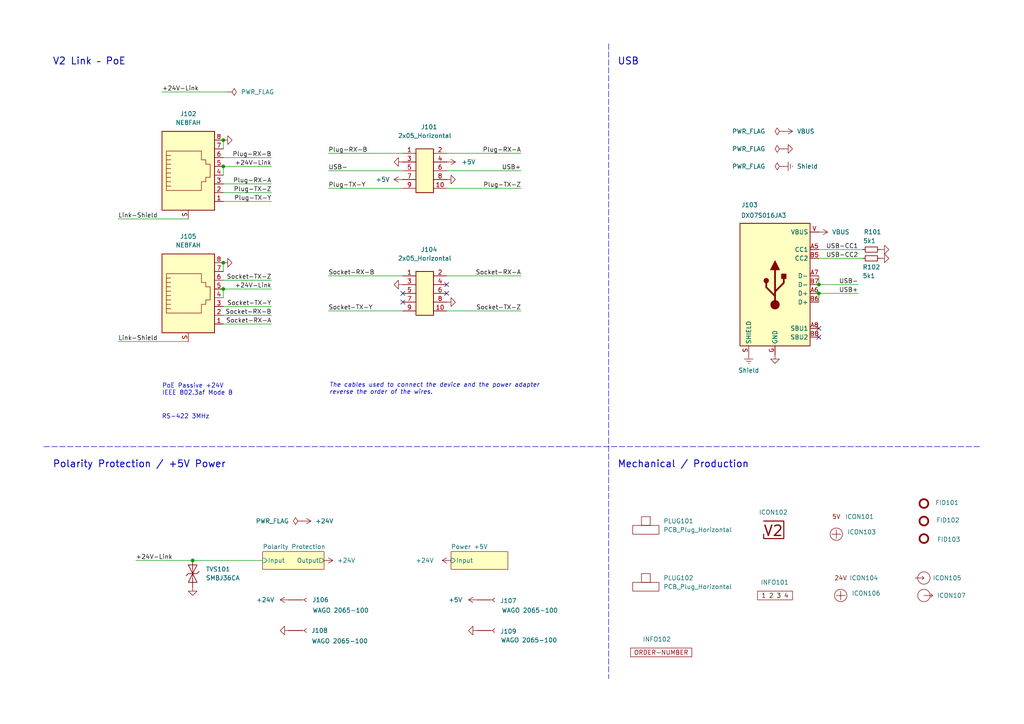
<source format=kicad_sch>
(kicad_sch (version 20250114) (generator "eeschema") (generator_version "9.0")
  (paper "A4")
  (title_block (title "V2 Link PoE") (date "2026-01-12") (rev "7") (company "Versio Duo") (comment 1 "CAT Cable Power Supply"))
  (lib_symbols
    (symbol "V2_Artwork:24V" (in_bom no)
      (property "Reference" "ICON" (at -2.54 2.54 0))
      (symbol "24V_1_1"
        (text "24V" (at 0 0 0) (effects (font (size 1.27 1.27))))
      )
    )
    (symbol "V2_Artwork:5V" (in_bom no)
      (property "Reference" "ICON" (at -2.54 2.54 0))
      (symbol "5V_1_1"
        (text "5V" (at 0 0 0) (effects (font (size 1.27 1.27))))
      )
    )
    (symbol "V2_Artwork:Arrow_In" (in_bom no)
      (property "Reference" "ICON" (at -2.54 2.54 0))
      (symbol "Arrow_In_0_1"
        (polyline (pts (xy -2.54 0) (xy 0 0)))
        (polyline (pts (xy -0.508 0.508) (xy 0 0) (xy -0.508 -0.508)))
        (circle (center 0 0) (radius 1.7961))
      )
    )
    (symbol "V2_Artwork:Arrow_Out" (in_bom no)
      (property "Reference" "ICON" (at -2.54 2.54 0))
      (symbol "Arrow_Out_0_1"
        (polyline (pts (xy 0 0) (xy 2.54 0)))
        (circle (center 0 0) (radius 1.7961))
        (polyline (pts (xy 2.032 0.508) (xy 2.54 0) (xy 2.032 -0.508)))
      )
    )
    (symbol "V2_Artwork:Plus" (in_bom no)
      (property "Reference" "ICON" (at -2.54 2.54 0))
      (symbol "Plus_0_1"
        (polyline (pts (xy -1.27 0) (xy 1.27 0)))
        (polyline (pts (xy 0 1.27) (xy 0 -1.27)))
        (circle (center 0 0) (radius 1.7961))
      )
    )
    (symbol "V2_Artwork:V2-logo" (in_bom no)
      (property "Reference" "ICON" (at -3.302 3.81 0))
      (symbol "V2-logo_1_0"
        (polyline (pts (xy -3.302 2.54) (xy 2.54 2.54) (xy 2.54 -2.54) (xy -3.302 -2.54) (xy -3.302 -1.27)) (stroke (width 0.3)))
      )
      (symbol "V2-logo_1_1"
        (text "V2" (at -0.508 -0.254 0) (effects (font (size 3 3) (thickness 0.375))))
      )
    )
    (symbol "V2_Connector_EtherCon:NE8FAH" (pin_names (offset 1.016))
      (property "Reference" "J" (at -5.08 17.78 0))
      (property "Value" "NE8FAH" (at 2.54 13.97 0))
      (symbol "NE8FAH_0_1"
        (polyline (pts (xy -6.35 1.905) (xy -5.08 1.905) (xy -5.08 1.905)))
        (polyline (pts (xy -6.35 0.635) (xy -5.08 0.635) (xy -5.08 0.635)))
        (polyline (pts (xy -6.35 -0.635) (xy -5.08 -0.635) (xy -5.08 -0.635)))
        (polyline (pts (xy -6.35 -1.905) (xy -5.08 -1.905) (xy -5.08 -1.905)))
        (polyline (pts (xy -6.35 -3.175) (xy -5.08 -3.175) (xy -5.08 -3.175)))
        (polyline (pts (xy -6.35 -4.445) (xy -6.35 6.985) (xy 3.81 6.985) (xy 3.81 4.445) (xy 5.08 4.445) (xy 5.08 3.175) (xy 6.35 3.175) (xy 6.35 -0.635) (xy 5.08 -0.635) (xy 5.08 -1.905) (xy 3.81 -1.905) (xy 3.81 -4.445) (xy -6.35 -4.445) (xy -6.35 -4.445)))
        (polyline (pts (xy -5.08 5.715) (xy -6.35 5.715)))
        (polyline (pts (xy -5.08 4.445) (xy -6.35 4.445)))
        (polyline (pts (xy -5.08 3.175) (xy -6.35 3.175) (xy -6.35 3.175)))
        (rectangle (start 7.62 12.7) (end -7.62 -10.16) (stroke (width 0.254)) (fill (type background)))
      )
      (symbol "NE8FAH_1_1"
        (pin passive line (at 0 -12.7 90) (length 2.54) (name "") (number "S"))
        (pin passive line (at 10.16 10.16 180) (length 2.54) (name "~") (number "8"))
        (pin passive line (at 10.16 7.62 180) (length 2.54) (name "~") (number "7"))
        (pin passive line (at 10.16 5.08 180) (length 2.54) (name "~") (number "6"))
        (pin passive line (at 10.16 2.54 180) (length 2.54) (name "~") (number "5"))
        (pin passive line (at 10.16 0 180) (length 2.54) (name "~") (number "4"))
        (pin passive line (at 10.16 -2.54 180) (length 2.54) (name "~") (number "3"))
        (pin passive line (at 10.16 -5.08 180) (length 2.54) (name "~") (number "2"))
        (pin passive line (at 10.16 -7.62 180) (length 2.54) (name "~") (number "1"))
      )
    )
    (symbol "V2_Connector_Header_1.27mm:2x05_Horizontal" (pin_names (hide yes))
      (property "Reference" "J" (at 0 12.7 0))
      (property "Value" "2x05_Horizontal" (at 1.27 10.16 0))
      (symbol "2x05_Horizontal_1_1"
        (rectangle (start -2.54 6.35) (end 2.54 -6.35) (stroke (width 0.254)) (fill (type background)))
        (pin passive line (at -6.35 5.08 0) (length 3.81) (name "Pin_1") (number "1"))
        (pin passive line (at -6.35 2.54 0) (length 3.81) (name "Pin_3") (number "3"))
        (pin passive line (at -6.35 0 0) (length 3.81) (name "Pin_5") (number "5"))
        (pin passive line (at -6.35 -2.54 0) (length 3.81) (name "Pin_7") (number "7"))
        (pin passive line (at -6.35 -5.08 0) (length 3.81) (name "Pin_9") (number "9"))
        (pin passive line (at 6.35 5.08 180) (length 3.81) (name "Pin_2") (number "2"))
        (pin passive line (at 6.35 2.54 180) (length 3.81) (name "Pin_4") (number "4"))
        (pin passive line (at 6.35 0 180) (length 3.81) (name "Pin_6") (number "6"))
        (pin passive line (at 6.35 -2.54 180) (length 3.81) (name "Pin_8") (number "8"))
        (pin passive line (at 6.35 -5.08 180) (length 3.81) (name "Pin_10") (number "10"))
      )
    )
    (symbol "V2_Connector_USB:JAE_DX07S016JA3"
      (property "Reference" "J" (at -10.16 22.86 0))
      (property "Value" "DX07S016JA3" (at -10.16 20.5 0))
      (symbol "JAE_DX07S016JA3_0_1"
        (rectangle (start -10.16 17.78) (end 10.16 -17.78) (stroke (width 0.254)) (fill (type background)))
        (circle (center -2.54 1.143) (radius 0.635) (stroke (width 0.254)) (fill (type outline)))
        (polyline (pts (xy -1.27 4.318) (xy 0 6.858) (xy 1.27 4.318) (xy -1.27 4.318)) (stroke (width 0.254)) (fill (type outline)))
        (polyline (pts (xy 0 -2.032) (xy 2.54 0.508) (xy 2.54 1.778)) (stroke (width 0.508)))
        (polyline (pts (xy 0 -3.302) (xy -2.54 -0.762) (xy -2.54 0.508)) (stroke (width 0.508)))
        (polyline (pts (xy 0 -5.842) (xy 0 4.318)) (stroke (width 0.508)))
        (circle (center 0 -5.842) (radius 1.27) (fill (type outline)))
        (rectangle (start 1.905 1.778) (end 3.175 3.048) (stroke (width 0.254)) (fill (type outline)))
      )
      (symbol "JAE_DX07S016JA3_1_1"
        (pin passive line (at -7.62 -20.32 90) (length 2.54) (name "SHIELD") (number "S"))
        (pin passive line (at 0 -20.32 90) (length 2.54) (name "GND") (number "G"))
        (pin passive line (at 12.7 15.24 180) (length 2.54) (name "VBUS") (number "V"))
        (pin bidirectional line (at 12.7 10.16 180) (length 2.54) (name "CC1") (number "A5"))
        (pin bidirectional line (at 12.7 7.62 180) (length 2.54) (name "CC2") (number "B5"))
        (pin bidirectional line (at 12.7 2.54 180) (length 2.54) (name "D-") (number "A7"))
        (pin bidirectional line (at 12.7 0 180) (length 2.54) (name "D-") (number "B7"))
        (pin bidirectional line (at 12.7 -2.54 180) (length 2.54) (name "D+") (number "A6"))
        (pin bidirectional line (at 12.7 -5.08 180) (length 2.54) (name "D+") (number "B6"))
        (pin bidirectional line (at 12.7 -12.7 180) (length 2.54) (name "SBU1") (number "A8"))
        (pin bidirectional line (at 12.7 -15.24 180) (length 2.54) (name "SBU2") (number "B8"))
      )
    )
    (symbol "V2_Connector_WAGO:2065" (pin_numbers (hide yes)) (pin_names (offset 1.016) (hide yes))
      (property "Reference" "J" (at 2.54 2.032 0))
      (property "Value" "WAGO 2065-100" (at 9.906 -1.778 0))
      (symbol "2065_1_1"
        (polyline (pts (xy -1.27 0) (xy -0.508 0)) (stroke (width 0.1524)))
        (arc (start 0 -0.508) (mid -0.5058 0) (end 0 0.508) (stroke (width 0.1524)))
        (pin passive line (at -5.08 0 0) (length 3.81) (name "") (number "1"))
      )
    )
    (symbol "V2_Device:R_0603_5k1" (pin_numbers (hide yes)) (pin_names (offset 0.254) (hide yes))
      (property "Reference" "R" (at 2.032 1.27 0))
      (property "Value" "5k1" (at 3.302 -1.27 0))
      (symbol "R_0603_5k1_0_1"
        (rectangle (start -0.762 1.778) (end 0.762 -1.778) (stroke (width 0.2032)))
      )
      (symbol "R_0603_5k1_1_1"
        (pin passive line (at 0 2.54 270) (length 0.762) (name "~") (number "1"))
        (pin passive line (at 0 -2.54 90) (length 0.762) (name "~") (number "2"))
      )
    )
    (symbol "V2_Diode:SMBJ36CA" (pin_numbers (hide yes)) (pin_names (hide yes))
      (property "Reference" "TVS" (at -1.27 3.81 0))
      (property "Value" "SMBJ36CA" (at 0 -3.81 0))
      (symbol "SMBJ36CA_0_1"
        (polyline (pts (xy -2.54 -1.27) (xy -2.54 1.27) (xy 0 0) (xy -2.54 -1.27)) (stroke (width 0.2032)))
        (polyline (pts (xy 0 1.27) (xy -0.635 1.905) (xy 0 1.27) (xy 0 -1.27) (xy 0.635 -1.905) (xy 0 -1.27)) (stroke (width 0.2032)))
        (polyline (pts (xy 1.27 0) (xy -1.27 0)))
        (polyline (pts (xy 2.54 1.27) (xy 2.54 -1.27) (xy 0 0) (xy 2.54 1.27)) (stroke (width 0.2032)))
      )
      (symbol "SMBJ36CA_1_1"
        (pin passive line (at -3.81 0 0) (length 2.54) (name "K") (number "1"))
        (pin passive line (at 3.81 0 180) (length 2.54) (name "A") (number "2"))
      )
    )
    (symbol "V2_Mechanical:Fiducial_Paste" (in_bom no)
      (property "Reference" "FID" (at 5.08 0 0))
      (symbol "Fiducial_Paste_0_1"
        (circle (center 0 0) (radius 1.27) (stroke (width 0.508)))
      )
    )
    (symbol "V2_PCB_Devices:PCB_Plug_Horizontal" (in_bom no)
      (property "Reference" "PLUG" (at 0 -5.08 0))
      (property "Value" "PCB_Plug_Horizontal" (at 1.27 -8.89 0))
      (symbol "PCB_Plug_Horizontal_0_1"
        (rectangle (start -3.81 0) (end 3.81 -2.54))
        (rectangle (start -1.27 2.54) (end 1.27 0))
      )
    )
    (symbol "V2_Production:Layer_Numbers" (in_bom no)
      (property "Reference" "INFO" (at 0 3.81 0))
      (symbol "Layer_Numbers_0_0"
        (text "1 2 3 4" (at 0 0 0) (effects (font (size 1.27 1.27))))
      )
      (symbol "Layer_Numbers_0_1"
        (rectangle (start -5.08 1.27) (end 5.08 -1.27))
      )
    )
    (symbol "V2_Production:Order_Number" (in_bom no)
      (property "Reference" "INFO" (at 0 2.54 0))
      (symbol "Order_Number_0_0"
        (text "ORDER-NUMBER" (at 0 0 0) (effects (font (size 1.27 1.27))))
      )
      (symbol "Order_Number_0_1"
        (rectangle (start -8.89 1.27) (end 8.89 -1.27))
      )
    )
    (symbol "V2_power:+24V" (power) (pin_numbers (hide yes)) (pin_names (offset 0) (hide yes))
      (property "Value" "+24V" (at 0 4.064 0))
      (symbol "+24V_0_1"
        (polyline (pts (xy -0.762 1.27) (xy 0 2.54)))
        (polyline (pts (xy 0 2.54) (xy 0.762 1.27)))
        (polyline (pts (xy 0 0) (xy 0 2.54)))
      )
      (symbol "+24V_1_1"
        (pin power_in line (at 0 0 90) (length 0) (name "~") (number "1"))
      )
    )
    (symbol "V2_power:+5V" (power) (pin_numbers (hide yes)) (pin_names (offset 0) (hide yes))
      (property "Value" "+5V" (at 0 4.064 0))
      (symbol "+5V_0_1"
        (polyline (pts (xy -0.762 1.27) (xy 0 2.54)))
        (polyline (pts (xy 0 2.54) (xy 0.762 1.27)))
        (polyline (pts (xy 0 0) (xy 0 2.54)))
      )
      (symbol "+5V_1_1"
        (pin power_in line (at 0 0 90) (length 0) (name "~") (number "1"))
      )
    )
    (symbol "V2_power:GND" (power) (pin_numbers (hide yes)) (pin_names (offset 0) (hide yes))
      (symbol "GND_0_1"
        (polyline (pts (xy 0 0) (xy 0 -1.27) (xy 1.27 -1.27) (xy 0 -2.54) (xy -1.27 -1.27) (xy 0 -1.27)))
      )
      (symbol "GND_1_1"
        (pin power_in line (at 0 0 270) (length 0) (name "~") (number "1"))
      )
    )
    (symbol "V2_power:PWR_FLAG" (power) (pin_numbers (hide yes)) (pin_names (offset 0) (hide yes))
      (property "Value" "PWR_FLAG" (at 0 4.572 0))
      (symbol "PWR_FLAG_0_0"
        (pin power_out line (at 0 0 90) (length 0) (name "~") (number "1"))
      )
      (symbol "PWR_FLAG_0_1"
        (polyline (pts (xy 0 0) (xy 0 1.27) (xy -1.016 1.905) (xy 0 2.54) (xy 1.016 1.905) (xy 0 1.27)))
      )
    )
    (symbol "V2_power:Shield" (power) (pin_numbers (hide yes)) (pin_names (offset 0) (hide yes))
      (property "Value" "Shield" (at 0 -4.572 0))
      (symbol "Shield_0_1"
        (polyline (pts (xy -0.635 -1.905) (xy 0.635 -1.905)))
        (polyline (pts (xy -0.127 -2.54) (xy 0.127 -2.54)))
        (polyline (pts (xy 0 -1.27) (xy 0 0)))
        (polyline (pts (xy 1.27 -1.27) (xy -1.27 -1.27)))
      )
      (symbol "Shield_1_1"
        (pin power_in line (at 0 0 270) (length 0) (name "~") (number "1"))
      )
    )
    (symbol "V2_power:VBUS" (power) (pin_numbers (hide yes)) (pin_names (offset 0) (hide yes))
      (property "Value" "VBUS" (at 0 4.064 0))
      (symbol "VBUS_0_1"
        (polyline (pts (xy -0.762 1.27) (xy 0 2.54)))
        (polyline (pts (xy 0 2.54) (xy 0.762 1.27)))
        (polyline (pts (xy 0 0) (xy 0 2.54)))
      )
      (symbol "VBUS_1_1"
        (pin power_in line (at 0 0 90) (length 0) (name "~") (number "1"))
      )
    )
  )
  (text "Polarity Protection / +5V Power" (at 15.24 135.89 0) (effects (font (size 2 2) (thickness 0.254) (bold yes)) (justify left bottom)))
  (text "PoE Passive +24V\nIEEE 802.3af Mode B" (at 46.99 113.03 0) (effects (font (size 1.27 1.27)) (justify left)))
  (text "Mechanical / Production" (at 179.07 135.89 0) (effects (font (size 2 2) (thickness 0.254) (bold yes)) (justify left bottom)))
  (text "The cables used to connect the device and the power adapter\nreverse the order of the wires." (at 95.504 114.554 0) (effects (font (size 1.27 1.27) (italic yes)) (justify left bottom)))
  (text "USB" (at 179.07 19.05 0) (effects (font (size 2 2) (thickness 0.254) (bold yes)) (justify left bottom)))
  (text "V2 Link – PoE" (at 15.24 19.05 0) (effects (font (size 2 2) (thickness 0.254) (bold yes)) (justify left bottom)))
  (text "RS-422 3MHz" (at 53.848 120.904 0) (effects (font (size 1.27 1.27))))
  (junction (at 55.88 162.56))
  (junction (at 237.49 82.55))
  (junction (at 64.77 40.64))
  (junction (at 64.77 48.26))
  (junction (at 64.77 83.82))
  (junction (at 237.49 85.09))
  (junction (at 64.77 76.2))
  (no_connect (at 116.84 87.63))
  (no_connect (at 129.54 85.09))
  (no_connect (at 129.54 82.55))
  (no_connect (at 116.84 85.09))
  (no_connect (at 237.49 95.25))
  (no_connect (at 237.49 97.79))
  (wire (pts (xy 34.29 63.5) (xy 54.61 63.5)))
  (wire (pts (xy 55.88 162.56) (xy 76.2 162.56)))
  (wire (pts (xy 64.77 40.64) (xy 64.77 43.18)))
  (wire (pts (xy 64.77 81.28) (xy 78.74 81.28)))
  (polyline (pts (xy 176.53 12.7) (xy 176.53 196.85)) (stroke (width 0) (type dash)))
  (wire (pts (xy 64.77 91.44) (xy 78.74 91.44)))
  (wire (pts (xy 129.54 90.17) (xy 151.13 90.17)))
  (wire (pts (xy 129.54 54.61) (xy 151.13 54.61)))
  (wire (pts (xy 39.37 162.56) (xy 55.88 162.56)))
  (wire (pts (xy 34.29 99.06) (xy 54.61 99.06)))
  (wire (pts (xy 129.54 80.01) (xy 151.13 80.01)))
  (wire (pts (xy 237.49 74.93) (xy 250.19 74.93)))
  (wire (pts (xy 64.77 58.42) (xy 78.74 58.42)))
  (wire (pts (xy 95.25 49.53) (xy 116.84 49.53)))
  (wire (pts (xy 64.77 83.82) (xy 64.77 86.36)))
  (wire (pts (xy 237.49 82.55) (xy 248.92 82.55)))
  (wire (pts (xy 129.54 44.45) (xy 151.13 44.45)))
  (polyline (pts (xy 12.7 129.54) (xy 284.48 129.54)) (stroke (width 0) (type dash)))
  (wire (pts (xy 64.77 55.88) (xy 78.74 55.88)))
  (wire (pts (xy 237.49 85.09) (xy 248.92 85.09)))
  (wire (pts (xy 64.77 93.98) (xy 78.74 93.98)))
  (wire (pts (xy 237.49 85.09) (xy 237.49 87.63)))
  (wire (pts (xy 64.77 45.72) (xy 78.74 45.72)))
  (wire (pts (xy 129.54 49.53) (xy 151.13 49.53)))
  (wire (pts (xy 116.84 54.61) (xy 95.25 54.61)))
  (wire (pts (xy 237.49 80.01) (xy 237.49 82.55)))
  (wire (pts (xy 64.77 48.26) (xy 64.77 50.8)))
  (wire (pts (xy 64.77 76.2) (xy 64.77 78.74)))
  (wire (pts (xy 237.49 72.39) (xy 250.19 72.39)))
  (wire (pts (xy 116.84 90.17) (xy 95.25 90.17)))
  (wire (pts (xy 64.77 88.9) (xy 78.74 88.9)))
  (wire (pts (xy 116.84 80.01) (xy 95.25 80.01)))
  (wire (pts (xy 64.77 53.34) (xy 78.74 53.34)))
  (wire (pts (xy 64.77 48.26) (xy 78.74 48.26)))
  (wire (pts (xy 64.77 83.82) (xy 78.74 83.82)))
  (wire (pts (xy 116.84 44.45) (xy 95.25 44.45)))
  (wire (pts (xy 46.99 26.67) (xy 66.04 26.67)))
  (label "Socket-TX-Z" (at 151.13 90.17 180))
  (label "USB+" (at 151.13 49.53 180))
  (label "Socket-TX-Y" (at 95.25 90.17 0))
  (label "Socket-RX-B" (at 78.74 91.44 180))
  (label "+24V-Link" (at 78.74 48.26 180))
  (label "USB+" (at 248.92 85.09 180))
  (label "Socket-TX-Z" (at 78.74 81.28 180))
  (label "Plug-RX-B" (at 78.74 45.72 180))
  (label "Plug-TX-Z" (at 78.74 55.88 180))
  (label "Plug-TX-Z" (at 151.13 54.61 180))
  (label "+24V-Link" (at 46.99 26.67 0))
  (label "Link-Shield" (at 34.29 63.5 0))
  (label "Plug-TX-Y" (at 95.25 54.61 0))
  (label "Plug-RX-B" (at 95.25 44.45 0))
  (label "USB-" (at 95.25 49.53 0))
  (label "Plug-RX-A" (at 151.13 44.45 180))
  (label "Link-Shield" (at 34.29 99.06 0))
  (label "+24V-Link" (at 78.74 83.82 180))
  (label "USB-CC2" (at 248.92 74.93 180))
  (label "Plug-TX-Y" (at 78.74 58.42 180))
  (label "Plug-RX-A" (at 78.74 53.34 180))
  (label "Socket-RX-B" (at 95.25 80.01 0))
  (label "Socket-RX-A" (at 151.13 80.01 180))
  (label "Socket-RX-A" (at 78.74 93.98 180))
  (label "USB-" (at 248.92 82.55 180))
  (label "Socket-TX-Y" (at 78.74 88.9 180))
  (label "USB-CC1" (at 248.92 72.39 180))
  (label "+24V-Link" (at 39.37 162.56 0))
  (symbol (lib_id "V2_power:GND") (at 116.84 82.55 270) (unit 1)
    (property "Reference" "#PWR0113" (effects (hide yes)))
    (property "Value" "GND" (effects (hide yes)))
    (property "Description" "Power symbol creates a global label with name \"GND\" , ground" (effects (hide yes)))
  )
  (symbol (lib_id "V2_Production:Layer_Numbers") (at 224.79 172.72 0) (unit 1) (in_bom no)
    (property "Reference" "INFO101" (at 220.599 168.91 0) (effects (justify left)))
    (property "Value" "Layer_Numbers" (effects (hide yes)))
    (property "Footprint" "V2_Production:Layer_Numbers" (effects (hide yes)))
  )
  (symbol (lib_id "V2_power:GND") (at 55.88 170.18 0) (unit 1)
    (property "Reference" "#PWR0120" (effects (hide yes)))
    (property "Value" "GND" (effects (hide yes)))
    (property "Description" "Power symbol creates a global label with name \"GND\" , ground" (effects (hide yes)))
  )
  (symbol (lib_id "V2_power:GND") (at 255.27 74.93 90) (unit 1)
    (property "Reference" "#PWR0111" (effects (hide yes)))
    (property "Value" "GND" (effects (hide yes)))
    (property "Description" "Power symbol creates a global label with name \"GND\" , ground" (effects (hide yes)))
  )
  (symbol (lib_id "V2_PCB_Devices:PCB_Plug_Horizontal") (at 187.325 168.91 0) (unit 1) (in_bom no)
    (property "Reference" "PLUG102" (at 192.405 167.64 0) (effects (justify left)))
    (property "Value" "PCB_Plug_Horizontal" (at 192.405 170.18 0) (effects (justify left)))
    (property "Footprint" "V2_PCB_Devices:PCB_Plug_Horizontal" (effects (hide yes)))
    (property "Sim.Enable" "0" (effects (hide yes)))
  )
  (symbol (lib_id "V2_Diode:SMBJ36CA") (at 55.88 166.37 90) (unit 1)
    (property "Reference" "TVS101" (at 59.69 165.0999 90) (effects (justify right)))
    (property "Value" "SMBJ36CA" (at 59.69 167.6399 90) (effects (justify right)))
    (property "Footprint" "V2_Diode_SMD:D_SMB" (effects (hide yes)))
    (property "Mouser" "652-SMBJ36CA-Q" (effects (hide yes)))
  )
  (symbol (lib_id "V2_power:PWR_FLAG") (at 227.33 38.1 90) (unit 1)
    (property "Reference" "#FLG0102" (effects (hide yes)))
    (property "Value" "PWR_FLAG" (at 217.17 38.1 90))
    (property "Description" "Special symbol for telling ERC where power comes from" (effects (hide yes)))
  )
  (symbol (lib_id "V2_power:VBUS") (at 237.49 67.31 270) (unit 1)
    (property "Reference" "#PWR0109" (effects (hide yes)))
    (property "Value" "VBUS" (at 241.3 67.3099 90) (effects (justify left)))
    (property "Description" "Power symbol creates a global label with name \"VBUS\"" (effects (hide yes)))
  )
  (symbol (lib_id "V2_PCB_Devices:PCB_Plug_Horizontal") (at 187.325 152.4 0) (unit 1) (in_bom no)
    (property "Reference" "PLUG101" (at 192.405 151.13 0) (effects (justify left)))
    (property "Value" "PCB_Plug_Horizontal" (at 192.405 153.67 0) (effects (justify left)))
    (property "Footprint" "V2_PCB_Devices:PCB_Plug_Horizontal" (effects (hide yes)))
    (property "Sim.Enable" "0" (effects (hide yes)))
  )
  (symbol (lib_id "V2_power:Shield") (at 227.33 48.26 90) (unit 1)
    (property "Reference" "#PWR0106" (effects (hide yes)))
    (property "Value" "Shield" (at 231.14 48.2599 90) (effects (justify right)))
    (property "Description" "Power symbol creates a global label with name \"Earth\"" (effects (hide yes)))
  )
  (symbol (lib_id "V2_Connector_USB:JAE_DX07S016JA3") (at 224.79 82.55 0) (unit 1)
    (property "Reference" "J103" (at 217.424 59.436 0))
    (property "Value" "DX07S016JA3" (at 214.884 62.484 0) (effects (justify left)))
    (property "Footprint" "V2_Connector_USB:JAE_DX07S016JA3" (effects (hide yes)))
    (property "Mouser" "656-DX07S016JA3R1500" (effects (hide yes)))
  )
  (symbol (lib_id "V2_power:GND") (at 116.84 46.99 270) (unit 1)
    (property "Reference" "#PWR0104" (effects (hide yes)))
    (property "Value" "GND" (effects (hide yes)))
    (property "Description" "Power symbol creates a global label with name \"GND\" , ground" (effects (hide yes)))
  )
  (symbol (lib_id "V2_power:GND") (at 255.27 72.39 90) (unit 1)
    (property "Reference" "#PWR0110" (effects (hide yes)))
    (property "Value" "GND" (effects (hide yes)))
    (property "Description" "Power symbol creates a global label with name \"GND\" , ground" (effects (hide yes)))
  )
  (symbol (lib_id "V2_power:+24V") (at 93.98 162.56 270) (unit 1)
    (property "Reference" "#PWR0118" (effects (hide yes)))
    (property "Value" "+24V" (at 97.79 162.5599 90) (effects (justify left)))
    (property "Description" "Power symbol creates a global label with name \"+24V\"" (effects (hide yes)))
  )
  (symbol (lib_id "V2_power:Shield") (at 217.17 102.87 0) (unit 1)
    (property "Reference" "#PWR0115" (effects (hide yes)))
    (property "Value" "Shield" (at 217.17 107.442 0))
    (property "Description" "Power symbol creates a global label with name \"Earth\"" (effects (hide yes)))
  )
  (symbol (lib_id "V2_Artwork:Plus") (at 242.57 154.94 0) (unit 1) (in_bom no)
    (property "Reference" "ICON103" (at 245.745 154.305 0) (effects (justify left)))
    (property "Value" "Plus" (effects (hide yes)))
    (property "Footprint" "V2_Artwork:Plus_Small" (effects (hide yes)))
    (property "Sim.Enable" "0" (effects (hide yes)))
  )
  (symbol (lib_id "V2_power:GND") (at 129.54 87.63 90) (unit 1)
    (property "Reference" "#PWR0114" (effects (hide yes)))
    (property "Value" "GND" (effects (hide yes)))
    (property "Description" "Power symbol creates a global label with name \"GND\" , ground" (effects (hide yes)))
  )
  (symbol (lib_id "V2_power:+5V") (at 129.54 46.99 270) (unit 1)
    (property "Reference" "#PWR0105" (effects (hide yes)))
    (property "Value" "+5V" (at 135.89 46.99 90))
    (property "Description" "Power symbol creates a global label with name \"+5V\"" (effects (hide yes)))
  )
  (symbol (lib_id "V2_Connector_WAGO:2065") (at 143.51 182.88 0) (unit 1)
    (property "Reference" "J109" (at 147.447 183.134 0))
    (property "Value" "WAGO 2065-100" (at 153.416 185.674 0))
    (property "Footprint" "V2_Connector_WAGO:2065-100" (effects (hide yes)))
  )
  (symbol (lib_id "V2_Connector_EtherCon:NE8FAH") (at 54.61 50.8 0) (unit 1)
    (property "Reference" "J102" (at 54.61 33.02 0))
    (property "Value" "NE8FAH" (at 54.61 35.56 0))
    (property "Footprint" "V2_Connector_EtherCon:NE8FAH" (effects (hide yes)))
    (property "Mouser" "568-NE8FAH" (effects (hide yes)))
  )
  (symbol (lib_id "V2_Artwork:Arrow_Out") (at 267.97 172.72 0) (unit 1) (in_bom no)
    (property "Reference" "ICON107" (at 271.78 172.7199 0) (effects (justify left)))
    (property "Value" "Arrow_Out" (effects (hide yes)))
    (property "Footprint" "V2_Artwork:Arrow_Out" (effects (hide yes)))
    (property "Sim.Enable" "0" (effects (hide yes)))
  )
  (symbol (lib_id "V2_power:VBUS") (at 227.33 38.1 270) (unit 1)
    (property "Reference" "#PWR0101" (effects (hide yes)))
    (property "Value" "VBUS" (at 231.14 38.0999 90) (effects (justify left)))
    (property "Description" "Power symbol creates a global label with name \"VBUS\"" (effects (hide yes)))
  )
  (symbol (lib_id "V2_Connector_Header_1.27mm:2x05_Horizontal") (at 123.19 49.53 0) (unit 1)
    (property "Reference" "J101" (at 124.46 36.83 0))
    (property "Value" "2x05_Horizontal" (at 123.19 39.37 0))
    (property "Footprint" "V2_Connector_Header_1.27mm:PinHeader_2x05_P1.27mm_Horizontal" (effects (hide yes)))
    (property "Description" "Amphenol – Minitek127" (effects (hide yes)))
    (property "Mouser" "649-200211120001T4LF" (effects (hide yes)))
  )
  (symbol (lib_id "V2_Production:Order_Number") (at 191.77 189.23 0) (unit 1) (in_bom no)
    (property "Reference" "INFO102" (at 190.5 185.42 0))
    (property "Value" "Order_Number" (effects (hide yes)))
    (property "Footprint" "V2_Production:Order_Number" (effects (hide yes)))
  )
  (symbol (lib_id "V2_Device:R_0603_5k1") (at 252.73 72.39 90) (unit 1)
    (property "Reference" "R101" (at 255.6325 67.2741 90) (effects (justify left)))
    (property "Value" "5k1" (at 253.9999 69.85 90) (effects (justify left)))
    (property "Footprint" "V2_Resistor_SMD:R_0603" (effects (hide yes)))
    (property "Description" "Resistor, small symbol" (effects (hide yes)))
    (property "Mouser" "71-CRCW06035K10FKEAC" (effects (hide yes)))
  )
  (symbol (lib_id "V2_Device:R_0603_5k1") (at 252.73 74.93 90) (unit 1)
    (property "Reference" "R102" (at 250.1899 77.47 90) (effects (justify right)))
    (property "Value" "5k1" (at 250.1899 80.01 90) (effects (justify right)))
    (property "Footprint" "V2_Resistor_SMD:R_0603" (effects (hide yes)))
    (property "Description" "Resistor, small symbol" (effects (hide yes)))
    (property "Mouser" "71-CRCW06035K10FKEAC" (effects (hide yes)))
  )
  (symbol (lib_id "V2_power:+24V") (at 83.82 173.99 90) (unit 1)
    (property "Reference" "#PWR0121" (effects (hide yes)))
    (property "Value" "+24V" (at 76.962 173.99 90))
    (property "Description" "Power symbol creates a global label with name \"+24V\"" (effects (hide yes)))
  )
  (symbol (lib_id "V2_Mechanical:Fiducial_Paste") (at 267.97 146.05 0) (unit 1) (in_bom no)
    (property "Reference" "FID101" (at 271.272 145.796 0) (effects (justify left)))
    (property "Value" "Fiducial_Paste" (effects (hide yes)))
    (property "Footprint" "V2_Fiducial:Fiducial_0.5mm_Mask1mm_Paste" (effects (hide yes)))
    (property "Description" "Fiducial Marker" (effects (hide yes)))
  )
  (symbol (lib_id "V2_power:GND") (at 64.77 40.64 90) (unit 1)
    (property "Reference" "#PWR0102" (effects (hide yes)))
    (property "Value" "GND" (effects (hide yes)))
    (property "Description" "Power symbol creates a global label with name \"GND\" , ground" (effects (hide yes)))
  )
  (symbol (lib_id "V2_power:+24V") (at 130.81 162.56 90) (unit 1)
    (property "Reference" "#PWR0119" (effects (hide yes)))
    (property "Value" "+24V" (at 123.19 162.56 90))
    (property "Description" "Power symbol creates a global label with name \"+24V\"" (effects (hide yes)))
  )
  (symbol (lib_id "V2_power:+24V") (at 87.63 151.13 270) (unit 1)
    (property "Reference" "#PWR0117" (effects (hide yes)))
    (property "Value" "+24V" (at 91.44 151.1299 90) (effects (justify left)))
    (property "Description" "Power symbol creates a global label with name \"+24V\"" (effects (hide yes)))
  )
  (symbol (lib_id "V2_Connector_WAGO:2065") (at 143.51 173.99 0) (unit 1)
    (property "Reference" "J107" (at 147.447 174.244 0))
    (property "Value" "WAGO 2065-100" (at 153.67 177.038 0))
    (property "Footprint" "V2_Connector_WAGO:2065-100" (effects (hide yes)))
  )
  (symbol (lib_id "V2_power:PWR_FLAG") (at 227.33 43.18 90) (unit 1)
    (property "Reference" "#FLG0103" (effects (hide yes)))
    (property "Value" "PWR_FLAG" (at 217.17 43.18 90))
    (property "Description" "Special symbol for telling ERC where power comes from" (effects (hide yes)))
  )
  (symbol (lib_id "V2_Connector_WAGO:2065") (at 88.9 182.88 0) (unit 1)
    (property "Reference" "J108" (at 92.71 182.88 0))
    (property "Value" "WAGO 2065-100" (at 98.552 185.928 0))
    (property "Footprint" "V2_Connector_WAGO:2065-100" (effects (hide yes)))
  )
  (symbol (lib_id "V2_Connector_Header_1.27mm:2x05_Horizontal") (at 123.19 85.09 0) (unit 1)
    (property "Reference" "J104" (at 124.46 72.39 0))
    (property "Value" "2x05_Horizontal" (at 123.19 74.93 0))
    (property "Footprint" "V2_Connector_Header_1.27mm:PinHeader_2x05_P1.27mm_Horizontal" (effects (hide yes)))
    (property "Description" "Amphenol – Minitek127" (effects (hide yes)))
    (property "Mouser" "649-200211120001T4LF" (effects (hide yes)))
  )
  (symbol (lib_id "V2_power:GND") (at 224.79 102.87 0) (unit 1)
    (property "Reference" "#PWR0116" (effects (hide yes)))
    (property "Value" "GND" (effects (hide yes)))
    (property "Description" "Power symbol creates a global label with name \"GND\" , ground" (effects (hide yes)))
  )
  (symbol (lib_id "V2_power:GND") (at 83.82 182.88 270) (unit 1)
    (property "Reference" "#PWR0123" (effects (hide yes)))
    (property "Value" "GND" (effects (hide yes)))
    (property "Description" "Power symbol creates a global label with name \"GND\" , ground" (effects (hide yes)))
  )
  (symbol (lib_id "V2_Artwork:24V") (at 243.84 167.64 0) (unit 1) (in_bom no)
    (property "Reference" "ICON104" (at 246.38 167.64 0) (effects (justify left)))
    (property "Value" "24V" (effects (hide yes)))
    (property "Footprint" "V2_Artwork:24V" (effects (hide yes)))
    (property "Sim.Enable" "0" (effects (hide yes)))
  )
  (symbol (lib_id "V2_power:GND") (at 129.54 52.07 90) (unit 1)
    (property "Reference" "#PWR0108" (effects (hide yes)))
    (property "Value" "GND" (effects (hide yes)))
    (property "Description" "Power symbol creates a global label with name \"GND\" , ground" (effects (hide yes)))
  )
  (symbol (lib_id "V2_power:+5V") (at 138.43 173.99 90) (unit 1)
    (property "Reference" "#PWR0122" (effects (hide yes)))
    (property "Value" "+5V" (at 132.08 173.99 90))
    (property "Description" "Power symbol creates a global label with name \"+5V\"" (effects (hide yes)))
  )
  (symbol (lib_id "V2_Artwork:5V") (at 242.57 149.86 0) (unit 1) (in_bom no)
    (property "Reference" "ICON101" (at 245.11 149.86 0) (effects (justify left)))
    (property "Value" "5V" (effects (hide yes)))
    (property "Footprint" "V2_Artwork:5V" (effects (hide yes)))
    (property "Sim.Enable" "0" (effects (hide yes)))
  )
  (symbol (lib_id "V2_power:PWR_FLAG") (at 227.33 48.26 90) (unit 1)
    (property "Reference" "#FLG0104" (effects (hide yes)))
    (property "Value" "PWR_FLAG" (at 217.17 48.26 90))
    (property "Description" "Special symbol for telling ERC where power comes from" (effects (hide yes)))
  )
  (symbol (lib_id "V2_power:PWR_FLAG") (at 87.63 151.13 90) (unit 1)
    (property "Reference" "#FLG0105" (effects (hide yes)))
    (property "Value" "PWR_FLAG" (at 78.994 151.13 90))
    (property "Description" "Special symbol for telling ERC where power comes from" (effects (hide yes)))
  )
  (symbol (lib_id "V2_Mechanical:Fiducial_Paste") (at 267.97 151.13 0) (unit 1) (in_bom no)
    (property "Reference" "FID102" (at 271.526 150.876 0) (effects (justify left)))
    (property "Value" "Fiducial_Paste" (effects (hide yes)))
    (property "Footprint" "V2_Fiducial:Fiducial_0.5mm_Mask1mm_Paste" (effects (hide yes)))
    (property "Description" "Fiducial Marker" (effects (hide yes)))
  )
  (symbol (lib_id "V2_Connector_WAGO:2065") (at 88.9 173.99 0) (unit 1)
    (property "Reference" "J106" (at 92.964 173.99 0))
    (property "Value" "WAGO 2065-100" (at 98.806 177.038 0))
    (property "Footprint" "V2_Connector_WAGO:2065-100" (effects (hide yes)))
  )
  (symbol (lib_id "V2_power:GND") (at 227.33 43.18 90) (unit 1)
    (property "Reference" "#PWR0103" (effects (hide yes)))
    (property "Value" "GND" (effects (hide yes)))
    (property "Description" "Power symbol creates a global label with name \"GND\" , ground" (effects (hide yes)))
  )
  (symbol (lib_id "V2_Connector_EtherCon:NE8FAH") (at 54.61 86.36 0) (unit 1)
    (property "Reference" "J105" (at 54.61 68.58 0))
    (property "Value" "NE8FAH" (at 54.61 71.12 0))
    (property "Footprint" "V2_Connector_EtherCon:NE8FAH" (effects (hide yes)))
    (property "Mouser" "568-NE8FAH" (effects (hide yes)))
  )
  (symbol (lib_id "V2_power:GND") (at 64.77 76.2 90) (unit 1)
    (property "Reference" "#PWR0112" (effects (hide yes)))
    (property "Value" "GND" (effects (hide yes)))
    (property "Description" "Power symbol creates a global label with name \"GND\" , ground" (effects (hide yes)))
  )
  (symbol (lib_id "V2_Artwork:Plus") (at 243.84 172.72 0) (unit 1) (in_bom no)
    (property "Reference" "ICON106" (at 247.015 172.085 0) (effects (justify left)))
    (property "Value" "Plus" (effects (hide yes)))
    (property "Footprint" "V2_Artwork:Plus_Small" (effects (hide yes)))
    (property "Sim.Enable" "0" (effects (hide yes)))
  )
  (symbol (lib_id "V2_power:GND") (at 138.43 182.88 270) (unit 1)
    (property "Reference" "#PWR0124" (effects (hide yes)))
    (property "Value" "GND" (effects (hide yes)))
    (property "Description" "Power symbol creates a global label with name \"GND\" , ground" (effects (hide yes)))
  )
  (symbol (lib_id "V2_Mechanical:Fiducial_Paste") (at 267.97 156.21 0) (unit 1) (in_bom no)
    (property "Reference" "FID103" (at 271.78 156.464 0) (effects (justify left)))
    (property "Value" "Fiducial_Paste" (effects (hide yes)))
    (property "Footprint" "V2_Fiducial:Fiducial_0.5mm_Mask1mm_Paste" (effects (hide yes)))
    (property "Description" "Fiducial Marker" (effects (hide yes)))
  )
  (symbol (lib_id "V2_power:+5V") (at 116.84 52.07 90) (unit 1)
    (property "Reference" "#PWR0107" (effects (hide yes)))
    (property "Value" "+5V" (at 110.998 52.07 90))
    (property "Description" "Power symbol creates a global label with name \"+5V\"" (effects (hide yes)))
  )
  (symbol (lib_id "V2_power:PWR_FLAG") (at 66.04 26.67 270) (unit 1)
    (property "Reference" "#FLG0101" (effects (hide yes)))
    (property "Value" "PWR_FLAG" (at 69.85 26.6699 90) (effects (justify left)))
    (property "Description" "Special symbol for telling ERC where power comes from" (effects (hide yes)))
  )
  (symbol (lib_id "V2_Artwork:Arrow_In") (at 267.97 167.64 0) (unit 1) (in_bom no)
    (property "Reference" "ICON105" (at 270.51 167.6399 0) (effects (justify left)))
    (property "Value" "Arrow_In" (effects (hide yes)))
    (property "Footprint" "V2_Artwork:Arrow_In" (effects (hide yes)))
    (property "Sim.Enable" "0" (effects (hide yes)))
  )
  (symbol (lib_id "V2_Artwork:V2-logo") (at 224.79 153.67 0) (unit 1) (in_bom no)
    (property "Reference" "ICON102" (at 220.091 148.59 0) (effects (justify left)))
    (property "Value" "V2-logo" (effects (hide yes)))
    (property "Footprint" "V2_Artwork:Logo_Small" (effects (hide yes)))
    (property "Sim.Enable" "0" (effects (hide yes)))
  )
  (sheet (at 130.81 160.02) (size 16.51 5.08) (stroke (width 0.1524)) (fill (color 255 255 194 1.0000))
    (property "Sheetname" "Power +5V" (at 130.81 159.3084 0) (effects (justify left bottom)))
    (property "Sheetfile" "PowerSupply.kicad_sch" (effects (hide yes)))
    (pin "Input" input (at 130.81 162.56 180))
  )
  (sheet (at 76.2 160.02) (size 17.78 5.08) (stroke (width 0.1524)) (fill (color 255 255 194 1.0000))
    (property "Sheetname" "Polarity Protection" (at 76.2 159.3084 0) (effects (justify left bottom)))
    (property "Sheetfile" "PolarityProtection.kicad_sch" (effects (hide yes)))
    (pin "Output" output (at 93.98 162.56 0))
    (pin "Input" input (at 76.2 162.56 180))
  )
)
</source>
